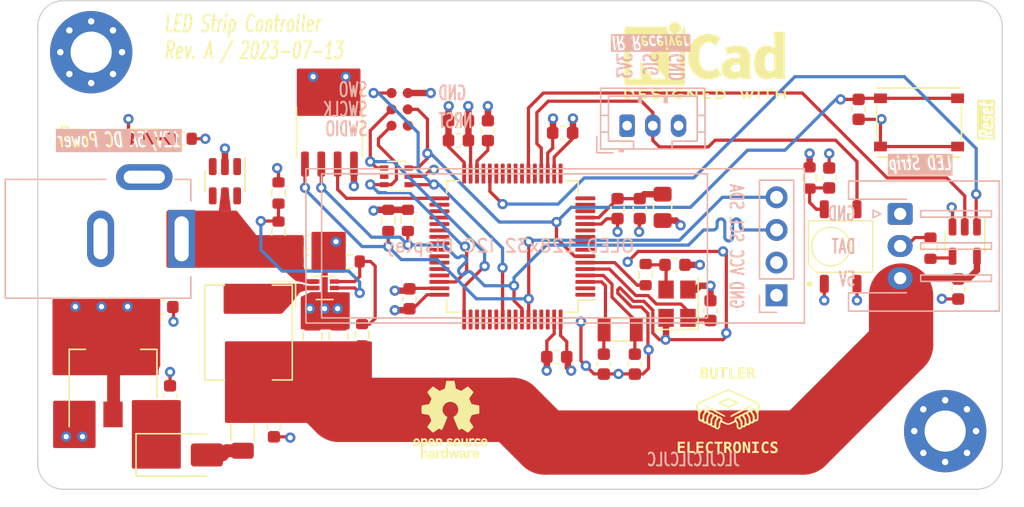
<source format=kicad_pcb>
(kicad_pcb (version 20221018) (generator pcbnew)
  (title_block (title "LED Strip Controller") (date "2023-07-13") (rev "A") (company "Butler's Lab") (comment 1 "Joshua Butler, MD, MHI"))
  (layers (0 "F.Cu" signal) (1 "In1.Cu" power) (2 "In2.Cu" power) (31 "B.Cu" signal) (34 "B.Paste" user) (35 "F.Paste" user) (36 "B.SilkS" user "B.Silkscreen") (37 "F.SilkS" user "F.Silkscreen") (38 "B.Mask" user) (39 "F.Mask" user) (44 "Edge.Cuts" user))
  (net 0 "")
  (net 1 "Net-(U105-Vs)")
  (net 2 "GND")
  (net 3 "+3V3")
  (net 4 "+3.3VA")
  (net 5 "/HSE_IN")
  (net 6 "Net-(C109-Pad1)")
  (net 7 "/NRST")
  (net 8 "+5V")
  (net 9 "Net-(D103-A)")
  (net 10 "Net-(U301-SW)")
  (net 11 "Net-(D102-K)")
  (net 12 "/SWO")
  (net 13 "/SWCLK")
  (net 14 "/SWDIO")
  (net 16 "VBUS")
  (net 17 "Net-(R104-Pad2)")
  (net 18 "Net-(U301-EN)")
  (net 19 "Net-(U301-FB)")
  (net 22 "Net-(J104-Pin_2)")
  (net 23 "/HSE_OUT")
  (net 24 "/RGB_LED")
  (net 25 "/DIP3")
  (net 26 "/DIP2")
  (net 27 "/DIP1")
  (net 28 "/BOOT0")
  (net 30 "/LSE_IN")
  (net 31 "/~{EEPROM}")
  (net 40 "/LDO_3V3/5V")
  (net 41 "/VBAT")
  (net 46 "/~{OE}")
  (net 47 "/SCL")
  (net 48 "/SDA")
  (net 51 "/IR_RECV")
  (net 55 "/LSE_OUT")
  (net 72 "Net-(U101-VCAP1)")
  (footprint "Resistor_SMD:R_0603_1608Metric" (layer "F.Cu") (at 96.901 61.976 90)
    (fp_text reference "R110" hide)
    (fp_text value "1K5")
  )
  (footprint "User_Footprint:L_TDK_SPM6530" (layer "F.Cu") (at 84.51325 70.6969 -90)
    (fp_text reference "L301" hide)
    (fp_text value "2.2uH")
  )
  (footprint "Resistor_SMD:R_0603_1608Metric" (layer "F.Cu") (at 79.26675 55.626)
    (fp_text reference "R102" hide)
    (fp_text value "1K5")
  )
  (footprint "Capacitor_SMD:C_0603_1608Metric" (layer "F.Cu") (at 129.667 58.674 90)
    (fp_text reference "C101" hide)
    (fp_text value "4.7uF")
  )
  (footprint "Resistor_SMD:R_0603_1608Metric" (layer "F.Cu") (at 86.8426 59.8424 90)
    (fp_text reference "R303" hide)
    (fp_text value "15.4k")
  )
  (footprint "Capacitor_SMD:C_0603_1608Metric" (layer "F.Cu") (at 114.935 61.0616 -90)
    (fp_text reference "C107" hide)
    (fp_text value "1uF")
  )
  (footprint "Package_TO_SOT_SMD:SOT-223-3_TabPin2" (layer "F.Cu") (at 73.9765 73.914 90)
    (fp_text reference "U201" hide)
    (fp_text value "AMS1117-3.3")
  )
  (footprint "Crystal:Crystal_SMD_3215-2Pin_3.2x1.5mm" (layer "F.Cu") (at 113.411 70.485)
    (fp_text reference "Y103" hide)
    (fp_text value "32.768kHz")
  )
  (footprint "Capacitor_SMD:C_0603_1608Metric" (layer "F.Cu") (at 117.6782 65.4304)
    (fp_text reference "C109" hide)
    (fp_text value "10pF")
  )
  (footprint "MountingHole:MountingHole_3.2mm_M3_Pad_Via" (layer "F.Cu") (at 72.276 48.895)
    (fp_text reference "H104" hide)
    (fp_text value "MountingHole")
  )
  (footprint "User_Footprint:butler-electronics-10" (layer "F.Cu") (at 121.793 76.708)
    (fp_text reference "G***" hide)
    (fp_text value "LOGO" hide)
  )
  (footprint "Capacitor_SMD:C_0805_2012Metric" (layer "F.Cu") (at 89.4842 70.993 90)
    (fp_text reference "C304" hide)
    (fp_text value "22uF")
  )
  (footprint "Capacitor_SMD:C_0603_1608Metric" (layer "F.Cu") (at 78.4098 75.6158 -90)
    (fp_text reference "C201" hide)
    (fp_text value "22uF")
  )
  (footprint "User_Footprint:Everlight_IRM-H638T-TR2" (layer "F.Cu") (at 130.556 64.008)
    (fp_text reference "U105" hide)
    (fp_text value "IRM-H638T/TR2")
  )
  (footprint "Capacitor_SMD:C_0603_1608Metric" (layer "F.Cu") (at 97.028 68.072 90)
    (fp_text reference "C104" hide)
    (fp_text value "100nF")
  )
  (footprint "Capacitor_SMD:C_0603_1608Metric" (layer "F.Cu") (at 112.141 73.152 90)
    (fp_text reference "C112" hide)
    (fp_text value "15pF")
  )
  (footprint "Capacitor_SMD:C_0603_1608Metric" (layer "F.Cu") (at 113.2078 61.0616 -90)
    (fp_text reference "C106" hide)
    (fp_text value "100nF")
  )
  (footprint "Capacitor_SMD:C_0603_1608Metric" (layer "F.Cu") (at 89.1286 65.18)
    (fp_text reference "C302" hide)
    (fp_text value "100nF")
  )
  (footprint "Capacitor_SMD:C_0603_1608Metric" (layer "F.Cu") (at 108.9406 55.1688)
    (fp_text reference "C111" hide)
    (fp_text value "100nF")
  )
  (footprint "Capacitor_SMD:C_0805_2012Metric" (layer "F.Cu") (at 91.5162 70.993 90)
    (fp_text reference "C303" hide)
    (fp_text value "22uF")
  )
  (footprint "Package_TO_SOT_SMD:SOT-23-6" (layer "F.Cu") (at 82.677 58.928 -90)
    (fp_text reference "U102" hide)
    (fp_text value "USBLC6-2SC6")
  )
  (footprint "Package_TO_SOT_SMD:SOT-23-5" (layer "F.Cu") (at 140.208 63.627 -90)
    (fp_text reference "U103" hide)
    (fp_text value "74AHCT1G125")
  )
  (footprint "Connector_Tag:TC2030-IDC-NL" (layer "F.Cu") (at 96.266 53.34 90)
    (fp_text reference "J101" hide)
    (fp_text value "Tag Connector")
  )
  (footprint "Package_QFP:LQFP-64_10x10mm_P0.5mm" (layer "F.Cu") (at 105.029 64.008 180)
    (fp_text reference "U101" hide)
    (fp_text value "STM32F401RCTx")
  )
  (footprint "Resistor_SMD:R_0603_1608Metric" (layer "F.Cu") (at 115.3922 66.1924 90)
    (fp_text reference "R103" hide)
    (fp_text value "0")
  )
  (footprint "LED_SMD:LED_0603_1608Metric" (layer "F.Cu") (at 75.96475 55.626 180)
    (fp_text reference "D102" hide)
    (fp_text value "RED")
  )
  (footprint "Capacitor_SMD:C_0603_1608Metric" (layer "F.Cu") (at 89.1286 63.6524)
    (fp_text reference "C301" hide)
    (fp_text value "10uF")
  )
  (footprint "User_Footprint:XKB-Connectivity-TS-1187A-B-A-B" (layer "F.Cu") (at 136.652 54.356)
    (fp_text reference "SW106" hide)
    (fp_text value "SW_Push")
  )
  (footprint "Resistor_SMD:R_0603_1608Metric" (layer "F.Cu") (at 137.541 64.135 -90)
    (fp_text reference "R104" hide)
    (fp_text value "330")
  )
  (footprint "Crystal:Crystal_SMD_3225-4Pin_3.2x2.5mm" (layer "F.Cu") (at 117.8306 68.453 90)
    (fp_text reference "Y101" hide)
    (fp_text value "16MHz")
  )
  (footprint "Capacitor_SMD:C_0603_1608Metric" (layer "F.Cu") (at 103.124 54.991 90)
    (fp_text reference "C117" hide)
    (fp_text value "4.7uF")
  )
  (footprint "Package_SO:SOIC-8_3.9x4.9mm_P1.27mm" (layer "F.Cu") (at 90.805 55.118 -90)
    (fp_text reference "U104" hide)
    (fp_text value "M24C64-RMN")
  )
  (footprint "Package_TO_SOT_SMD:SOT-563" (layer "F.Cu") (at 90.433 67.23)
    (fp_text reference "U301" hide)
    (fp_text value "TPS564242DRL")
  )
  (footprint "Resistor_SMD:R_0603_1608Metric" (layer "F.Cu") (at 95.377 61.976 90)
    (fp_text reference "R109" hide)
    (fp_text value "1K5")
  )
  (footprint "Resistor_SMD:R_0603_1608Metric" (layer "F.Cu") (at 128.143 58.674 90)
    (fp_text reference "R101" hide)
    (fp_text value "100")
  )
  (footprint "Capacitor_SMD:C_0603_1608Metric" (layer "F.Cu") (at 100.838 55.753)
    (fp_text reference "C103" hide)
    (fp_text value "100nF")
  )
  (footprint "MountingHole:MountingHole_3.2mm_M3_Pad_Via" (layer "F.Cu") (at 138.684 78.359)
    (fp_text reference "H102" hide)
    (fp_text value "MountingHole")
  )
  (footprint "Diode_SMD:D_SMA" (layer "F.Cu") (at 79.2734 80.2132)
    (fp_text reference "D103" hide)
    (fp_text value "SS34")
  )
  (footprint "Symbol:KiCad-Logo2_5mm_SilkScreen" (layer "F.Cu") (at 120.015 49.53)
    (fp_text reference "REF**" hide)
    (fp_text value "KiCad-Logo2_5mm_SilkScreen" hide)
  )
  (footprint "Resistor_SMD:R_0603_1608Metric" (layer "F.Cu") (at 92.333 65.17 180)
    (fp_text reference "R304" hide)
    (fp_text value "30k")
  )
  (footprint "Inductor_SMD:L_0805_2012Metric_Pad1.15x1.40mm_HandSolder" (layer "F.Cu") (at 116.713 60.96 -90)
    (fp_text reference "FB101" hide)
    (fp_text value "600@100MHz")
  )
  (footprint "Capacitor_SMD:C_0603_1608Metric" (layer "F.Cu") (at 139.7 67.31 -90)
    (fp_text reference "C118" hide)
    (fp_text value "100nF")
  )
  (footprint "Package_TO_SOT_SMD:SOT-363_SC-70-6" (layer "F.Cu") (at 96.012 58.547 180)
    (fp_text reference "D104" hide)
    (fp_text value "SP0505BAJT")
  )
  (footprint "Capacitor_SMD:C_0603_1608Metric" (layer "F.Cu") (at 108.4834 72.5932 180)
    (fp_text reference "C105" hide)
    (fp_text value "100nF")
  )
  (footprint "Capacitor_SMD:C_0603_1608Metric" (layer "F.Cu") (at 131.953 53.34 -90)
    (fp_text reference "C114" hide)
    (fp_text value "100nF")
  )
  (footprint "Capacitor_SMD:C_0603_1608Metric" (layer "F.Cu") (at 77.851 68.707 180)
    (fp_text reference "C202" hide)
    (fp_text value "22uF")
  )
  (footprint "Capacitor_SMD:C_0603_1608Metric" (layer "F.Cu") (at 114.554 73.152 90)
    (fp_text reference "C113" hide)
    (fp_text value "15pF")
  )
  (footprint "Fuse:Fuse_1206_3216Metric" (layer "F.Cu") (at 84.0486 78.486 -90)
    (fp_text reference "F101" hide)
    (fp_text value "Polyfuse_Small")
  )
  (footprint "Resistor_SMD:R_0603_1608Metric" (layer "F.Cu") (at 93.345 70.866 90)
    (fp_text reference "R302" hide)
    (fp_text value "226k")
  )
  (footprint "Capacitor_SMD:C_0603_1608Metric" (layer "F.Cu") (at 100.838 54.229)
    (fp_text reference "C102" hide)
    (fp_text value "4.7uF")
  )
  (footprint "Capacitor_SMD:C_0603_1608Metric" (layer "F.Cu") (at 86.487 78.0288 -90)
    (fp_text reference "C305" hide)
    (fp_text value "100nF")
  )
  (footprint "Symbol:OSHW-Logo_5.7x6mm_SilkScreen" (layer "F.Cu") (at 100.203 77.47)
    (fp_text reference "REF**" hide)
    (fp_text value "OSHW-Logo_5.7x6mm_SilkScreen" hide)
  )
  (footprint "Capacitor_SMD:C_0603_1608Metric" (layer "F.Cu") (at 120.4346 68.9864 90)
    (fp_text reference "C108" hide)
    (fp_text value "10pF")
  )
  (footprint "Resistor_SMD:R_0603_1608Metric" (layer "F.Cu") (at 86.8426 62.8904 90)
    (fp_text reference "R301" hide)
    (fp_text value "100k")
  )
  (footprint "User_Footprint:OLED_128x32_I2C_4pins" (layer "B.Cu") (at 107.9754 63.9572 180)
    (fp_text reference "OLED101" hide)
    (fp_text value "OLED_I2C")
  )
  (footprint "Connector_JST:JST_PH_B3B-PH-K_1x03_P2.00mm_Vertical" (layer "B.Cu") (at 113.951 54.61)
    (fp_text reference "J106" hide)
    (fp_text value "JST 2.54 Header")
  )
  (footprint "User_Footprint:BarrelJack_GCT_DCJ250-10-A-K1-K" (layer "B.Cu") (at 79.3075 63.408)
    (fp_text reference "J102" hide)
    (fp_text value "Barrel_Jack_Switch")
  )
  (footprint "Connector_JST:JST_XH_S3B-XH-A-1_1x03_P2.50mm_Horizontal" (layer "B.Cu") (at 135.183 61.468 -90)
    (fp_text reference "J104" hide)
    (fp_text value "JST 2.54 Header")
  )
  (gr_line (start 143.125 46.886) (end 143.125 80.886) (stroke (width 0.1)) (layer "Edge.Cuts"))
  (gr_line (start 68.125 80.886) (end 68.125 46.886) (stroke (width 0.1)) (layer "Edge.Cuts"))
  (gr_arc (start 141.125 44.886) (mid 142.539214 45.471786) (end 143.125 46.886) (stroke (width 0.1)) (layer "Edge.Cuts"))
  (gr_arc (start 68.125 46.886) (mid 68.710786 45.471786) (end 70.125 44.886) (stroke (width 0.1)) (layer "Edge.Cuts"))
  (gr_line (start 70.125 44.886) (end 141.125 44.886) (stroke (width 0.1)) (layer "Edge.Cuts"))
  (gr_arc (start 70.125 82.886) (mid 68.710786 82.300214) (end 68.125 80.886) (stroke (width 0.1)) (layer "Edge.Cuts"))
  (gr_line (start 141.125 82.886) (end 70.125 82.886) (stroke (width 0.1)) (layer "Edge.Cuts"))
  (gr_arc (start 143.125 80.886) (mid 142.539214 82.300214) (end 141.125 82.886) (stroke (width 0.1)) (layer "Edge.Cuts"))
  (gr_text " IR Receiver " (at 115.697 48.133 -180) (layer "B.SilkS" knockout) (effects (font (size 1 0.7) (thickness 0.153) bold italic) (justify mirror)))
  (gr_text "NRST" (at 99.187 54.229) (layer "B.SilkS") (effects (font (size 1.1 0.7) (thickness 0.153) bold) (justify right mirror)))
  (gr_text "SWO" (at 91.44 51.816) (layer "B.SilkS") (effects (font (size 1.1 0.7) (thickness 0.153) bold) (justify right mirror)))
  (gr_text "5V" (at 131.8006 66.548) (layer "B.SilkS") (effects (font (size 1.1 0.7) (thickness 0.153) bold) (justify left mirror)))
  (gr_text "SWDIO" (at 90.406667 54.864) (layer "B.SilkS") (effects (font (size 1.1 0.7) (thickness 0.153) bold) (justify right mirror)))
  (gr_text "3V3" (at 113.792 48.895 90) (layer "B.SilkS") (effects (font (size 1.1 0.7) (thickness 0.153) bold) (justify left mirror)))
  (gr_text "SIG" (at 115.824 48.895 -270) (layer "B.SilkS") (effects (font (size 1.1 0.7) (thickness 0.153) bold) (justify left mirror)))
  (gr_text "GND" (at 99.187 52.07) (layer "B.SilkS") (effects (font (size 1.1 0.7) (thickness 0.153) bold) (justify right mirror)))
  (gr_text "SWCLK" (at 90.206666 53.34) (layer "B.SilkS") (effects (font (size 1.1 0.7) (thickness 0.153) bold) (justify right mirror)))
  (gr_text "GND" (at 117.856 48.895 90) (layer "B.SilkS") (effects (font (size 1.1 0.7) (thickness 0.153) bold) (justify left mirror)))
  (gr_text "JLCJLCJLCJLC" (at 119.1006 80.5688) (layer "B.SilkS") (effects (font (size 1 0.7) (thickness 0.153) bold) (justify mirror)))
  (gr_text " LED Strip " (at 136.779 57.531) (layer "B.SilkS" knockout) (effects (font (size 1 0.7) (thickness 0.153) bold italic) (justify mirror)))
  (gr_text "DAT" (at 131.8006 64.008) (layer "B.SilkS") (effects (font (size 1.1 0.7) (thickness 0.153) bold) (justify left mirror)))
  (gr_text "GND" (at 131.8006 61.468) (layer "B.SilkS") (effects (font (size 1.1 0.7) (thickness 0.153) bold) (justify left mirror)))
  (gr_text "12V/5A DC Power" (at 74.4982 55.0672) (layer "B.SilkS" knockout) (effects (font (size 1.1 0.7) (thickness 0.153) bold italic) (justify top mirror)))
  (gr_text "${TITLE}\nRev. ${REVISION} / ${ISSUE_DATE}" (at 77.851 49.53) (layer "F.SilkS") (effects (font (size 1.3 0.8) (thickness 0.153) bold italic) (justify left bottom)))
  (gr_text " Reset " (at 141.900964 54.229 90) (layer "F.SilkS" knockout) (effects (font (size 1 0.7) (thickness 0.153) bold italic)))
  (gr_text "Power" (at 74.295 55.499) (layer "F.SilkS") (effects (font (size 1.5 1) (thickness 0.153)) (justify right)))
  (segment (start 129.667 59.449) (end 128.193 59.449) (width 0.25) (layer "F.Cu") (net 1))
  (segment (start 128.143 59.499) (end 128.143 60.579) (width 0.25) (layer "F.Cu") (net 1))
  (segment (start 128.143 60.579) (end 128.672 61.108) (width 0.25) (layer "F.Cu") (net 1))
  (segment (start 128.672 61.108) (end 129.286 61.108) (width 0.25) (layer "F.Cu") (net 1))
  (segment (start 128.193 59.449) (end 128.143 59.499) (width 0.25) (layer "F.Cu") (net 1))
  (segment (start 109.741 54.0512) (end 109.741 55.1434) (width 0.5) (layer "F.Cu") (net 2))
  (segment locked (start 115.6208 73.4822) (end 115.6208 72.0344) (width 0.25) (layer "F.Cu") (net 2))
  (segment locked (start 115.258 68.268) (end 114.443804 68.268) (width 0.25) (layer "F.Cu") (net 2))
  (segment locked (start 116.9806 71.208) (end 116.9806 69.553) (width 0.5) (layer "F.Cu") (net 2))
  (segment (start 113.2078 61.8366) (end 113.1954 61.849) (width 0.25) (layer "F.Cu") (net 2))
  (segment locked (start 115.189 73.914) (end 115.6208 73.4822) (width 0.25) (layer "F.Cu") (net 2))
  (segment (start 101.6 53.086) (end 101.613 53.099) (width 0.5) (layer "F.Cu") (net 2))
  (segment (start 96.901 52.07) (end 98.679 52.07) (width 0.5) (layer "F.Cu") (net 2))
  (segment (start 91.498 65.18) (end 91.508 65.17) (width 0.25) (layer "F.Cu") (net 2))
  (segment (start 78.6768 69.85) (end 78.6768 68.7578) (width 0.25) (layer "F.Cu") (net 2))
  (segment locked (start 121.666 64.643) (end 121.666 70.739) (width 0.25) (layer "F.Cu") (net 2))
  (segment locked (start 116.9416 71.247) (end 116.459 71.247) (width 0.25) (layer "F.Cu") (net 2))
  (segment (start 89.9036 65.18) (end 90.424 65.7004) (width 0.5) (layer "F.Cu") (net 2))
  (segment locked (start 121.666 70.993) (end 121.412 71.247) (width 0.25) (layer "F.Cu") (net 2))
  (segment locked (start 114.808 64.389) (end 113.9952 65.2018) (width 0.25) (layer "F.Cu") (net 2))
  (segment (start 90.424 65.7004) (end 90.424 68.834) (width 0.5) (layer "F.Cu") (net 2))
  (segment (start 107.7084 71.3616) (end 108.279 70.791) (width 0.25) (layer "F.Cu") (net 2))
  (segment (start 114.8842 62.3954) (end 114.935 62.3446) (width 0.25) (layer "F.Cu") (net 2))
  (segment locked (start 115.062 68.707) (end 114.3 68.707) (width 0.25) (layer "F.Cu") (net 2))
  (segment (start 113.1954 61.849) (end 112.356779 61.849) (width 0.25) (layer "F.Cu") (net 2))
  (segment (start 109.741 55.1434) (end 109.7156 55.1688) (width 0.5) (layer "F.Cu") (net 2))
  (segment locked (start 115.57 69.215) (end 115.062 68.707) (width 0.25) (layer "F.Cu") (net 2))
  (segment (start 133.718 54.115) (end 133.731 54.102) (width 0.25) (layer "F.Cu") (net 2))
  (segment (start 101.613 55.753) (end 101.613 54.229) (width 0.5) (layer "F.Cu") (net 2))
  (segment (start 98.161695 58.547) (end 96.962 58.547) (width 0.25) (layer "F.Cu") (net 2))
  (segment (start 101.779 58.333) (end 101.779 55.919) (width 0.25) (layer "F.Cu") (net 2))
  (segment (start 129.286 66.908) (end 129.286 68.199) (width 0.25) (layer "F.Cu") (net 2))
  (segment (start 82.677 56.388) (end 82.677 57.7905) (width 0.5) (layer "F.Cu") (net 2))
  (segment locked (start 115.57 71.9836) (end 115.57 69.215) (width 0.25) (layer "F.Cu") (net 2))
  (segment (start 120.4346 67.056) (end 119.6086 67.056) (width 0.5) (layer "F.Cu") (net 2))
  (segment (start 139.258 62.4895) (end 139.258 61.026) (width 0.25) (layer "F.Cu") (net 2))
  (segment (start 119.6086 65.4304) (end 118.4532 65.4304) (width 0.5) (layer "F.Cu") (net 2))
  (segment locked (start 116.9416 71.247) (end 116.9806 71.208) (width 0.5) (layer "F.Cu") (net 2))
  (segment locked (start 121.666 70.739) (end 121.666 70.993) (width 0.25) (layer "F.Cu") (net 2))
  (segment locked (start 111.379 73.914) (end 113.284 73.914) (width 0.25) (layer "F.Cu") (net 2))
  (segment (start 86.487 78.8038) (end 87.6938 78.8038) (width 0.25) (layer "F.Cu") (net 2))
  (segment (start 98.665396 58.043299) (end 98.161695 58.547) (width 0.25) (layer "F.Cu") (net 2))
  (segment (start 108.279 70.791) (end 108.279 69.683) (width 0.25) (layer "F.Cu") (net 2))
  (segment locked (start 121.412 64.389) (end 121.666 64.643) (width 0.25) (layer "F.Cu") (net 2))
  (segment (start 101.613 53.099) (end 101.613 54.229) (width 0.5) (layer "F.Cu") (net 2))
  (segment (start 111.947779 62.258) (end 110.704 62.258) (width 0.25) (layer "F.Cu") (net 2))
  (segment (start 95.885 67.437) (end 96.888 67.437) (width 0.5) (layer "F.Cu") (net 2))
  (segment locked (start 115.951 70.739) (end 115.951 68.961) (width 0.25) (layer "F.Cu") (net 2))
  (segment locked (start 116.459 71.247) (end 115.951 70.739) (width 0.25) (layer "F.Cu") (net 2))
  (segment (start 138.443 68.085) (end 138.43 68.072) (width 0.25) (layer "F.Cu") (net 2))
  (segment (start 108.279 58.333) (end 108.279 57.0496) (width 0.25) (layer "F.Cu") (net 2))
  (segment (start 129.667 56.769) (end 129.667 57.899) (width 0.25) (layer "F.Cu") (net 2))
  (segment (start 109.7156 55.613) (end 109.7156 55.1688) (width 0.25) (layer "F.Cu") (net 2))
  (segment (start 89.9036 65.18) (end 91.498 65.18) (width 0.5) (layer "F.Cu") (net 2))
  (segment locked (start 114.3 68.707) (end 113.284 67.691) (width 0.25) (layer "F.Cu") (net 2))
  (segment (start 89.9036 63.6524) (end 89.9036 65.18) (width 0.5) (layer "F.Cu") (net 2))
  (segment (start 119.6086 67.056) (end 119.3116 67.353) (width 0.5) (layer "F.Cu") (net 2))
  (segment (start 113.2078 62.865) (end 113.2078 61.8366) (width 0.25) (layer "F.Cu") (net 2))
  (segment (start 139.258 61.026) (end 139.192 60.96) (width 0.25) (layer "F.Cu") (net 2))
  (segment (start 101.779 55.919) (end 101.613 55.753) (width 0.25) (layer "F.Cu") (net 2))
  (segment (start 97.067 67.258) (end 97.028 67.297) (width 0.25) (layer "F.Cu") (net 2))
  (segment (start 103.124 54.216) (end 103.124 53.086) (width 0.5) (layer "F.Cu") (net 2))
  (segment (start 108.279 57.0496) (end 109.7156 55.613) (width 0.25) (layer "F.Cu") (net 2))
  (segment (start 131.953 54.115) (end 133.718 54.115) (width 0.25) (layer "F.Cu") (net 2))
  (segment (start 98.928701 58.043299) (end 98.665396 58.043299) (width 0.25) (layer "F.Cu") (net 2))
  (segment (start 139.7 68.085) (end 138.443 68.085) (width 0.25) (layer "F.Cu") (net 2))
  (segment (start 107.7084 73.6476) (end 107.696 73.66) (width 0.25) (layer "F.Cu") (net 2))
  (segment (start 78.6768 68.7578) (end 78.626 68.707) (width 0.25) (layer "F.Cu") (net 2))
  (segment locked (start 110.744 73.279) (end 110.363 72.898) (width 0.25) (layer "F.Cu") (net 2))
  (segment (start 131.826 66.908) (end 131.826 68.199) (width 0.25) (layer "F.Cu") (net 2))
  (segment (start 133.652 54.181) (end 133.652 56.231) (width 0.25) (layer "F.Cu") (net 2))
  (segment locked (start 110.363 72.898) (end 110.363 69.85) (width 0.25) (layer "F.Cu") (net 2))
  (segment locked (start 113.226 67.633) (end 113.284 67.691) (width 0.25) (layer "F.Cu") (net 2))
  (segment (start 120.4346 67.056) (end 120.4346 68.2114) (width 0.5) (layer "F.Cu") (net 2))
  (segment locked (start 115.951 68.961) (end 115.258 68.268) (width 0.25) (layer "F.Cu") (net 2))
  (segment (start 96.888 67.437) (end 97.028 67.297) (width 0.5) (layer "F.Cu") (net 2))
  (segment (start 133.652 56.231) (end 139.652 56.231) (width 0.25) (layer "F.Cu") (net 2))
  (segment (start 81.153 55.626) (end 80.09175 55.626) (width 0.25) (layer "F.Cu") (net 2))
  (segment locked (start 121.412 71.247) (end 116.9416 71.247) (width 0.25) (layer "F.Cu") (net 2))
  (segment locked (start 113.384902 67.209098) (end 113.226 67.368) (width 0.25) (layer "F.Cu") (net 2))
  (segment (start 107.7084 72.5932) (end 107.7084 73.6476) (width 0.5) (layer "F.Cu") (net 2))
  (segment (start 119.3116 67.353) (end 118.6806 67.353) (width 0.5) (layer "F.Cu") (net 2))
  (segment (start 107.7084 72.5932) (end 107.7084 71.3616) (width 0.25) (layer "F.Cu") (net 2))
  (segment locked (start 113.284 73.914) (end 115.189 73.914) (width 0.25) (layer "F.Cu") (net 2))
  (segment (start 133.731 54.102) (end 133.652 54.181) (width 0.25) (layer "F.Cu") (net 2))
  (segment (start 86.8426 58.0136) (end 86.741 57.912) (width 0.25) (layer "F.Cu") (net 2))
  (segment locked (start 113.226 67.368) (end 113.226 67.633) (width 0.25) (layer "F.Cu") (net 2))
  (segment (start 112.356779 61.849) (end 111.947779 62.258) (width 0.25) (layer "F.Cu") (net 2))
  (segment (start 78.4098 74.8408) (end 78.4098 73.7616) (width 0.25) (layer "F.Cu") (net 2))
  (segment (start 99.354 67.258) (end 97.067 67.258) (width 0.25) (layer "F.Cu") (net 2))
  (segment (start 87.6938 78.8038) (end 87.757 78.867) (width 0.25) (layer "F.Cu") (net 2))
  (segment (start 114.8842 62.865) (end 114.8842 62.3954) (width 0.25) (layer "F.Cu") (net 2))
  (segment locked (start 110.744 73.279) (end 111.379 73.914) (width 0.25) (layer "F.Cu") (net 2))
  (segment locked (start 114.443804 68.268) (end 113.384902 67.209098) (width 0.25) (layer "F.Cu") (net 2))
  (segment locked (start 121.412 64.389) (end 114.808 64.389) (width 0.25) (layer "F.Cu") (net 2))
  (segment (start 86.8426 59.0174) (end 86.8426 58.0136) (width 0.25) (layer "F.Cu") (net 2))
  (segment locked (start 115.6208 72.0344) (end 115.57 71.9836) (width 0.25) (layer "F.Cu") (net 2))
  (via (at 89.281 68.834) (size 0.8) (drill 0.4) (layers "F.Cu" "B.Cu") (net 2))
  (via locked (at 121.666 70.739) (size 0.8) (drill 0.4) (layers "F.Cu" "B.Cu") (net 2))
  (via (at 91.44 68.834) (size 0.8) (drill 0.4) (layers "F.Cu" "B.Cu") (net 2))
  (via locked (at 113.284 73.914) (size 0.8) (drill 0.4) (layers "F.Cu" "B.Cu") (net 2))
  (via locked (at 110.744 73.279) (size 0.8) (drill 0.4) (layers "F.Cu" "B.Cu") (net 2))
  (via (at 139.192 60.96) (size 0.8) (drill 0.4) (layers "F.Cu" "B.Cu") (net 2))
  (via (at 91.313 63.627) (size 0.8) (drill 0.4) (layers "F.Cu" "B.Cu") (net 2))
  (via (at 78.6768 69.85) (size 0.8) (drill 0.4) (layers "F.Cu" "B.Cu") (net 2))
  (via (at 114.8842 62.865) (size 0.8) (drill 0.4) (layers "F.Cu" "B.Cu") (net 2))
  (via (at 107.696 73.66) (size 0.8) (drill 0.4) (layers "F.Cu" "B.Cu") (net 2))
  (via locked (at 110.363 69.85) (size 0.8) (drill 0.4) (layers "F.Cu" "B.Cu") (net 2))
  (via (at 101.6 53.086) (size 0.8) (drill 0.4) (layers "F.Cu" "B.Cu") (net 2))
  (via (at 95.885 67.437) (size 0.8) (drill 0.4) (layers "F.Cu" "B.Cu") (net 2))
  (via (at 89.535 50.8) (size 0.8) (drill 0.4) (layers "F.Cu" "B.Cu") (net 2))
  (via (at 109.741 54.0512) (size 0.8) (drill 0.4) (layers "F.Cu" "B.Cu") (net 2))
  (via locked (at 115.6208 72.0344) (size 0.8) (drill 0.4) (layers "F.Cu" "B.Cu") (net 2))
  (via (at 119.6086 65.4304) (size 0.8) (drill 0.4) (layers "F.Cu" "B.Cu") (net 2))
  (via (at 82.677 56.388) (size 0.8) (drill 0.4) (layers "F.Cu" "B.Cu") (net 2))
  (via (at 103.124 53.086) (size 0.8) (drill 0.4) (layers "F.Cu" "B.Cu") (net 2))
  (via (at 98.928701 58.043299) (size 0.8) (drill 0.4) (layers "F.Cu" "B.Cu") (net 2))
  (via (at 113.2078 62.865) (size 0.8) (drill 0.4) (layers "F.Cu" "B.Cu") (net 2))
  (via (at 129.286 68.199) (size 0.8) (drill 0.4) (layers "F.Cu" "B.Cu") (net 2))
  (via (at 87.757 78.867) (size 0.8) (drill 0.4) (layers "F.Cu" "B.Cu") (net 2))
  (via locked (at 113.9952 65.2018) (size 0.8) (drill 0.4) (layers "F.Cu" "B.Cu") (net 2))
  (via (at 133.731 54.102) (size 0.8) (drill 0.4) (layers "F.Cu" "B.Cu") (net 2))
  (via (at 98.679 52.07) (size 0.8) (drill 0.4) (layers "F.Cu" "B.Cu") (net 2))
  (via (at 129.667 56.769) (size 0.8) (drill 0.4) (layers "F.Cu" "B.Cu") (net 2))
  (via (at 90.424 68.834) (size 0.8) (drill 0.4) (layers "F.Cu" "B.Cu") (net 2))
  (via (at 78.4098 73.7616) (size 0.8) (drill 0.4) (layers "F.Cu" "B.Cu") (net 2))
  (via locked (at 121.412 64.389) (size 0.8) (drill 0.4) (layers "F.Cu" "B.Cu") (net 2))
  (via (at 81.153 55.626) (size 0.8) (drill 0.4) (layers "F.Cu" "B.Cu") (net 2))
  (via (at 138.43 68.072) (size 0.8) (drill 0.4) (layers "F.Cu" "B.Cu") (net 2))
  (via locked (at 116.9416 71.247) (size 0.8) (drill 0.4) (layers "F.Cu" "B.Cu") (net 2))
  (via (at 71.6026 78.7908) (size 0.8) (drill 0.4) (layers "F.Cu" "B.Cu") (net 2))
  (via (at 86.741 57.912) (size 0.8) (drill 0.4) (layers "F.Cu" "B.Cu") (net 2))
  (via (at 131.826 68.199) (size 0.8) (drill 0.4) (layers "F.Cu" "B.Cu") (net 2))
  (via (at 92.075 50.8) (size 0.8) (drill 0.4) (layers "F.Cu" "B.Cu") (net 2))
  (via (at 70.3326 78.7908) (size 0.8) (drill 0.4) (layers "F.Cu" "B.Cu") (net 2))
  (via (at 120.4346 67.056) (size 0.8) (drill 0.4) (layers "F.Cu" "B.Cu") (net 2))
  (segment (start 101.279 57.464) (end 100.063 56.248) (width 0.25) (layer "F.Cu") (net 3))
  (segment (start 109.347 72.6818) (end 109.2584 72.5932) (width 0.5) (layer "F.Cu") (net 3))
  (segment (start 100.063 56.248) (end 100.063 55.753) (width 0.25) (layer "F.Cu") (net 3))
  (segment (start 101.279 58.333) (end 101.279 57.464) (width 0.25) (layer "F.Cu") (net 3))
  (segment (start 97.304 68.847) (end 97.028 68.847) (width 0.25) (layer "F.Cu") (net 3))
  (segment (start 109.2584 72.5932) (end 109.2584 71.4124) (width 0.25) (layer "F.Cu") (net 3))
  (segment (start 94.234 61.214) (end 94.297 61.151) (width 0.5) (layer "F.Cu") (net 3))
  (segment (start 128.143 57.849) (end 128.143 56.769) (width 0.5) (layer "F.Cu") (net 3))
  (segment (start 100.063 53.099) (end 100.063 54.229) (width 0.5) (layer "F.Cu") (net 3))
  (segment (start 100.063 54.229) (end 100.063 55.753) (width 0.5) (layer "F.Cu") (net 3))
  (segment (start 109.347 73.406) (end 109.347 72.6818) (width 0.5) (layer "F.Cu") (net 3))
  (segment (start 108.779 70.933) (end 108.779 69.683) (width 0.25) (layer "F.Cu") (net 3))
  (segment (start 75.17515 55.6239) (end 75.17725 55.626) (width 0.25) (layer "F.Cu") (net 3))
  (segment (start 97.142 68.707) (end 97.282 68.847) (width 0.25) (layer "F.Cu") (net 3))
  (segment (start 75.17515 54.0948) (end 75.17515 55.6239) (width 0.25) (layer "F.Cu") (net 3))
  (segment (start 108.191 55.1434) (end 108.1656 55.1688) (width 0.5) (layer "F.Cu") (net 3))
  (segment (start 96.914 68.961) (end 97.028 68.847) (width 0.5) (layer "F.Cu") (net 3))
  (segment (start 100.076 53.086) (end 100.063 53.099) (width 0.5) (layer "F.Cu") (net 3))
  (segment (start 92.71 59.309) (end 92.71 57.593) (width 0.5) (layer "F.Cu") (net 3))
  (segment (start 94.297 61.151) (end 95.377 61.151) (width 0.5) (layer "F.Cu") (net 3))
  (segment (start 97.028 68.707) (end 97.142 68.707) (width 0.25) (layer "F.Cu") (net 3))
  (segment (start 118.11 62.357) (end 117.738 61.985) (width 0.5) (layer "F.Cu") (net 3))
  (segment (start 95.885 68.961) (end 96.914 68.961) (width 0.5) (layer "F.Cu") (net 3))
  (segment (start 108.1656 56.3502) (end 108.1656 55.1688) (width 0.25) (layer "F.Cu") (net 3))
  (segment (start 74.0156 70.739) (end 74.0156 77.039) (width 1) (layer "F.Cu") (net 3))
  (segment (start 99.354 67.758) (end 98.393 67.758) (width 0.25) (layer "F.Cu") (net 3))
  (segment (start 107.779 56.7368) (end 108.1656 56.3502) (width 0.25) (layer "F.Cu") (net 3))
  (segment (start 117.738 61.985) (end 116.713 61.985) (width 0.5) (layer "F.Cu") (net 3))
  (segment (start 107.779 58.333) (end 107.779 56.7368) (width 0.25) (layer "F.Cu") (net 3))
  (segment (start 109.2584 71.4124) (end 108.779 70.933) (width 0.25) (layer "F.Cu") (net 3))
  (segment (start 108.191 54.0512) (end 108.191 55.1434) (width 0.5) (layer "F.Cu") (net 3))
  (segment (start 98.393 67.758) (end 97.304 68.847) (width 0.25) (layer "F.Cu") (net 3))
  (segment (start 95.377 61.151) (end 96.901 61.151) (width 0.5) (layer "F.Cu") (net 3))
  (segment (start 109.601 73.66) (end 109.347 73.406) (width 0.5) (layer "F.Cu") (net 3))
  (via (at 75.1078 68.6816) (size 0.8) (drill 0.4) (layers "F.Cu" "B.Cu") (net 3))
  (via (at 95.885 68.961) (size 0.8) (drill 0.4) (layers "F.Cu" "B.Cu") (net 3))
  (via (at 118.11 62.357) (size 0.8) (drill 0.4) (layers "F.Cu" "B.Cu") (net 3))
  (via (at 128.143 56.769) (size 0.8) (drill 0.4) (layers "F.Cu" "B.Cu") (net 3))
  (via (at 75.17515 54.0948) (size 0.8) (drill 0.4) (layers "F.Cu" "B.Cu") (net 3))
  (via (at 100.076 53.086) (size 0.8) (drill 0.4) (layers "F.Cu" "B.Cu") (net 3))
  (via (at 92.71 59.309) (size 0.8) (drill 0.4) (layers "F.Cu" "B.Cu") (net 3))
  (via (at 109.601 73.66) (size 0.8) (drill 0.4) (layers "F.Cu" "B.Cu") (net 3))
  (via (at 94.234 61.214) (size 0.8) (drill 0.4) (layers "F.Cu" "B.Cu") (net 3))
  (via (at 71.0438 68.6816) (size 0.8) (drill 0.4) (layers "F.Cu" "B.Cu") (net 3))
  (via (at 73.0758 68.6816) (size 0.8) (drill 0.4) (layers "F.Cu" "B.Cu") (net 3))
  (via (at 108.191 54.0512) (size 0.8) (drill 0.4) (layers "F.Cu" "B.Cu") (net 3))
  (segment (start 113.2208 60.2866) (end 111.7494 61.758) (width 0.25) (layer "F.Cu") (net 4))
  (segment (start 116.704 59.944) (end 116.713 59.935) (width 0.5) (layer "F.Cu") (net 4))
  (segment (start 115.2776 59.944) (end 116.704 59.944) (width 0.5) (layer "F.Cu") (net 4))
  (segment (start 111.7494 61.758) (end 110.704 61.758) (width 0.25) (layer "F.Cu") (net 4))
  (segment (start 114.935 60.2866) (end 113.2208 60.2866) (width 0.25) (layer "F.Cu") (net 4))
  (segment (start 114.935 60.2866) (end 115.2776 59.944) (width 0.5) (layer "F.Cu") (net 4))
  (segment (start 118.6806 69.553) (end 118.8506 69.723) (width 0.25) (layer "F.Cu") (net 5))
  (segment (start 120.3962 69.723) (end 120.4346 69.7614) (width 0.25) (layer "F.Cu") (net 5))
  (segment (start 118.6806 69.0236) (end 118.1354 68.4784) (width 0.25) (layer "F.Cu") (net 5))
  (segment (start 118.6806 69.553) (end 118.6806 69.0236) (width 0.25) (layer "F.Cu") (net 5))
  (segment (start 118.8506 69.723) (end 120.3962 69.723) (width 0.25) (layer "F.Cu") (net 5))
  (segment (start 116.231796 68.4784) (end 115.571396 67.818) (width 0.25) (layer "F.Cu") (net 5))
  (segment (start 115.571396 67.818) (end 114.6302 67.818) (width 0.25) (layer "F.Cu") (net 5))
  (segment (start 112.5702 65.758) (end 110.704 65.758) (width 0.25) (layer "F.Cu") (net 5))
  (segment (start 114.6302 67.818) (end 112.5702 65.758) (width 0.25) (layer "F.Cu") (net 5))
  (segment (start 118.1354 68.4784) (end 116.231796 68.4784) (width 0.25) (layer "F.Cu") (net 5))
  (segment (start 116.9032 65.4304) (end 115.4552 65.4304) (width 0.25) (layer "F.Cu") (net 6))
  (segment (start 116.9806 67.353) (end 116.9806 65.5078) (width 0.25) (layer "F.Cu") (net 6))
  (segment (start 116.9806 65.5078) (end 116.9032 65.4304) (width 0.25) (layer "F.Cu") (net 6))
  (segment (start 115.4552 65.4304) (end 115.3922 65.3674) (width 0.25) (layer "F.Cu") (net 6))
  (segment (start 139.652 52.481) (end 133.652 52.481) (width 0.25) (layer "F.Cu") (net 7))
  (segment (start 98.425 56.769) (end 98.425 54.102) (width 0.25) (layer "F.Cu") (net 7))
  (segment (start 109.863315 64.758) (end 110.704 64.758) (width 0.25) (layer "F.Cu") (net 7))
  (segment (start 132.037 52.481) (end 131.953 52.565) (width 0.25) (layer "F.Cu") (net 7))
  (segment (start 97.663 53.34) (end 96.901 53.34) (width 0.25) (layer "F.Cu") (net 7))
  (segment (start 108.458 63.352685) (end 109.863315 64.758) (width 0.25) (layer "F.Cu") (net 7))
  (segment (start 97.678 57.897) (end 96.962 57.897) (width 0.25) (layer "F.Cu") (net 7))
  (segment (start 98.425 56.769) (end 98.425 57.15) (width 0.25) (layer "F.Cu") (net 7))
  (segment (start 130.556 52.565) (end 131.953 52.565) (width 0.25) (layer "F.Cu") (net 7))
  (segment (start 98.425 54.102) (end 97.663 53.34) (width 0.25) (layer "F.Cu") (net 7))
  (segment (start 133.652 52.481) (end 132.037 52.481) (width 0.25) (layer "F.Cu") (net 7))
  (segment (start 108.458 62.103) (end 108.458 63.352685) (width 0.25) (layer "F.Cu") (net 7))
  (segment (start 98.425 57.15) (end 97.678 57.897) (width 0.25) (layer "F.Cu") (net 7))
  (via (at 130.556 52.565) (size 0.8) (drill 0.4) (layers "F.Cu" "B.Cu") (net 7))
  (via (at 98.425 56.769) (size 0.8) (drill 0.4) (layers "F.Cu" "B.Cu") (net 7))
  (via (at 108.458 62.103) (size 0.8) (drill 0.4) (layers "F.Cu" "B.Cu") (net 7))
  (segment (start 98.679 56.769) (end 98.425 56.769) (width 0.25) (layer "B.Cu") (net 7))
  (segment (start 108.458 62.103) (end 104.013 62.103) (width 0.25) (layer "B.Cu") (net 7))
  (segment (start 126.225 56.515) (end 123.317 56.515) (width 0.25) (layer "B.Cu") (net 7))
  (segment (start 118.872 60.96) (end 109.601 60.96) (width 0.25) (layer "B.Cu") (net 7))
  (segment (start 123.317 56.515) (end 118.872 60.96) (width 0.25) (layer "B.Cu") (net 7))
  (segment (start 104.013 62.103) (end 98.679 56.769) (width 0.25) (layer "B.Cu") (net 7))
  (segment (start 109.601 60.96) (end 108.458 62.103) (width 0.25) (layer "B.Cu") (net 7))
  (segment (start 130.556 52.565) (end 130.175 52.565) (width 0.25) (layer "B.Cu") (net 7))
  (segment (start 130.175 52.565) (end 126.225 56.515) (width 0.25) (layer "B.Cu") (net 7))
  (segment (start 135.255 71.628) (end 135.255 67.818) (width 5) (layer "F.Cu") (net 8))
  (segment (start 127.635 79.248) (end 135.255 71.628) (width 5) (layer "F.Cu") (net 8))
  (segment (start 107.569 79.248) (end 127.635 79.248) (width 5) (layer "F.Cu") (net 8))
  (segment (start 90.297 75.438) (end 91.567 76.708) (width 5) (layer "F.Cu") (net 8))
  (segment (start 140.475 66.535) (end 139.7 66.535) (width 0.5) (layer "F.Cu") (net 8))
  (segment (start 141.158 64.7645) (end 141.158 65.852) (width 0.5) (layer "F.Cu") (net 8))
  (segment (start 135.183 66.468) (end 139.633 66.468) (width 0.5) (layer "F.Cu") (net 8))
  (segment (start 139.633 66.468) (end 139.7 66.535) (width 0.5) (layer "F.Cu") (net 8))
  (segment (start 105.029 76.708) (end 107.569 79.248) (width 5) (layer "F.Cu") (net 8))
  (segment (start 91.567 76.708) (end 105.029 76.708) (width 5) (layer "F.Cu") (net 8))
  (segment (start 141.158 65.852) (end 140.475 66.535) (width 0.5) (layer "F.Cu") (net 8))
  (segment (start 82.4738 80.2132) (end 82.804 79.883) (width 1) (layer "F.Cu") (net 9))
  (segment (start 84.0456 79.883) (end 84.0486 79.886) (width 1) (layer "F.Cu") (net 9))
  (segment (start 81.2734 80.2132) (end 82.4738 80.2132) (width 1) (layer "F.Cu") (net 9))
  (segment (start 82.804 79.883) (end 84.0456 79.883) (width 1) (layer "F.Cu") (net 9))
  (segment (start 76.75225 55.626) (end 78.44175 55.626) (width 0.25) (layer "F.Cu") (net 11))
  (segment (start 98.918 59.197) (end 96.962 59.197) (width 0.25) (layer "F.Cu") (net 12))
  (segment (start 95.631 52.07) (end 94.234 52.07) (width 0.25) (layer "F.Cu") (net 12))
  (segment (start 104.267 65.659) (end 104.267 69.671) (width 0.25) (layer "F.Cu") (net 12))
  (segment (start 104.267 69.671) (end 104.279 69.683) (width 0.25) (layer "F.Cu") (net 12))
  (segment (start 98.933 59.182) (end 98.918 59.197) (width 0.25) (layer "F.Cu") (net 12))
  (via (at 98.933 59.182) (size 0.8) (drill 0.4) (layers "F.Cu" "B.Cu") (net 12))
  (via (at 94.234 52.07) (size 0.8) (drill 0.4) (layers "F.Cu" "B.Cu") (net 12))
  (via (at 104.267 65.659) (size 0.8) (drill 0.4) (layers "F.Cu" "B.Cu") (net 12))
  (segment (start 97.7 58.080653) (end 97.7 55.155) (width 0.25) (layer "B.Cu") (net 12))
  (segment (start 97.7 55.155) (end 94.615 52.07) (width 0.25) (layer "B.Cu") (net 12))
  (segment (start 99.314 59.182) (end 104.267 64.135) (width 0.25) (layer "B.Cu") (net 12))
  (segment (start 98.801347 59.182) (end 97.7 58.080653) (width 0.25) (layer "B.Cu") (net 12))
  (segment (start 98.933 59.182) (end 98.801347 59.182) (width 0.25) (layer "B.Cu") (net 12))
  (segment (start 104.267 64.135) (end 104.267 65.659) (width 0.25) (layer "B.Cu") (net 12))
  (segment (start 98.933 59.182) (end 99.314 59.182) (width 0.25) (layer "B.Cu") (net 12))
  (segment (start 94.615 52.07) (end 94.234 52.07) (width 0.25) (layer "B.Cu") (net 12))
  (segment (start 101.279 67.123) (end 101.279 69.683) (width 0.25) (layer "F.Cu") (net 13))
  (segment (start 93.98 54.991) (end 93.98 57.404) (width 0.25) (layer "F.Cu") (net 13))
  (segment (start 94.473 57.897) (end 95.062 57.897) (width 0.25) (layer "F.Cu") (net 13))
  (segment (start 95.631 53.34) (end 93.98 54.991) (width 0.25) (layer "F.Cu") (net 13))
  (segment (start 93.98 57.404) (end 94.473 57.897) (width 0.25) (layer "F.Cu") (net 13))
  (segment (start 102.87 65.532) (end 101.279 67.123) (width 0.25) (layer "F.Cu") (net 13))
  (via (at 102.87 65.532) (size 0.8) (drill 0.4) (layers "F.Cu" "B.Cu") (net 13))
  (via (at 93.98 57.404) (size 0.8) (drill 0.4) (layers "F.Cu" "B.Cu") (net 13))
  (segment (start 95.767305 57.404) (end 102.87 64.506695) (width 0.25) (layer "B.Cu") (net 13))
  (segment (start 93.98 57.404) (end 95.767305 57.404) (width 0.25) (layer "B.Cu") (net 13))
  (segment (start 102.87 64.506695) (end 102.87 65.532) (width 0.25) (layer "B.Cu") (net 13))
  (segment (start 95.616 59.197) (end 95.062 59.197) (width 0.25) (layer "F.Cu") (net 14))
  (segment (start 101.346 64.008) (end 101.473 64.135) (width 0.25) (layer "F.Cu") (net 14))
  (segment (start 94.615 55.626) (end 94.615 56.148) (width 0.25) (layer "F.Cu") (net 14))
  (segment (start 101.473 64.135) (end 101.473 65.913) (width 0.25) (layer "F.Cu") (net 14))
  (segment (start 95.631 54.61) (end 94.615 55.626) (width 0.25) (layer "F.Cu") (net 14))
  (segment (start 93.995 59.197) (end 93.98 59.182) (width 0.25) (layer "F.Cu") (net 14))
  (segment (start 94.615 56.148) (end 96.012 57.545) (width 0.25) (layer "F.Cu") (net 14))
  (segment (start 95.062 59.197) (end 93.995 59.197) (width 0.25) (layer "F.Cu") (net 14))
  (segment (start 96.012 57.545) (end 96.012 58.801) (width 0.25) (layer "F.Cu") (net 14))
  (segment (start 101.473 65.913) (end 100.628 66.758) (width 0.25) (layer "F.Cu") (net 14))
  (segment (start 96.012 58.801) (end 95.616 59.197) (width 0.25) (layer "F.Cu") (net 14))
  (segment (start 100.628 66.758) (end 99.354 66.758) (width 0.25) (layer "F.Cu") (net 14))
  (via (at 93.98 59.182) (size 0.8) (drill 0.4) (layers "F.Cu" "B.Cu") (net 14))
  (via (at 101.346 64.008) (size 0.8) (drill 0.4) (layers "F.Cu" "B.Cu") (net 14))
  (segment (start 101.219 64.008) (end 97.028 59.817) (width 0.25) (layer "B.Cu") (net 14))
  (segment (start 94.615 59.817) (end 93.98 59.182) (width 0.25) (layer "B.Cu") (net 14))
  (segment (start 97.028 59.817) (end 94.615 59.817) (width 0.25) (layer "B.Cu") (net 14))
  (segment (start 101.346 64.008) (end 101.219 64.008) (width 0.25) (layer "B.Cu") (net 14))
  (segment (start 88.3536 63.6524) (end 88.3536 65.18) (width 0.5) (layer "F.Cu") (net 16))
  (segment (start 139.1255 64.897) (end 137.604 64.897) (width 0.25) (layer "F.Cu") (net 17))
  (segment (start 139.258 64.7645) (end 139.1255 64.897) (width 0.25) (layer "F.Cu") (net 17))
  (segment (start 137.604 64.897) (end 137.541 64.96) (width 0.25) (layer "F.Cu") (net 17))
  (segment (start 86.804 62.0268) (end 86.8426 62.0654) (width 0.25) (layer "F.Cu") (net 18))
  (segment (start 85.471 62.0268) (end 86.804 62.0268) (width 0.25) (layer "F.Cu") (net 18))
  (segment (start 86.8426 60.6674) (end 86.8426 62.0654) (width 0.25) (layer "F.Cu") (net 18))
  (segment (start 93.1548 67.6148) (end 92.77 67.23) (width 0.25) (layer "F.Cu") (net 18))
  (segment (start 92.77 67.23) (end 91.183 67.23) (width 0.25) (layer "F.Cu") (net 18))
  (via (at 85.471 62.0268) (size 0.8) (drill 0.4) (layers "F.Cu" "B.Cu") (net 18))
  (via (at 93.1548 67.6148) (size 0.8) (drill 0.4) (layers "F.Cu" "B.Cu") (net 18))
  (segment (start 85.471 62.0268) (end 85.471 64.262) (width 0.25) (layer "B.Cu") (net 18))
  (segment (start 92.2974 65.913) (end 93.1548 66.7704) (width 0.25) (layer "B.Cu") (net 18))
  (segment (start 93.1548 66.7704) (end 93.1548 67.6148) (width 0.25) (layer "B.Cu") (net 18))
  (segment (start 87.122 65.913) (end 92.2974 65.913) (width 0.25) (layer "B.Cu") (net 18))
  (segment (start 85.471 64.262) (end 87.122 65.913) (width 0.25) (layer "B.Cu") (net 18))
  (segment (start 93.999 65.17) (end 94.361 65.532) (width 0.25) (layer "F.Cu") (net 19))
  (segment (start 94.361 65.532) (end 94.361 69.596) (width 0.25) (layer "F.Cu") (net 19))
  (segment (start 93.158 66.335) (end 93.158 65.17) (width 0.25) (layer "F.Cu") (net 19))
  (segment (start 91.183 66.73) (end 92.763 66.73) (width 0.25) (layer "F.Cu") (net 19))
  (segment (start 93.158 65.17) (end 93.999 65.17) (width 0.25) (layer "F.Cu") (net 19))
  (segment (start 93.916 70.041) (end 93.345 70.041) (width 0.25) (layer "F.Cu") (net 19))
  (segment (start 94.361 69.596) (end 93.916 70.041) (width 0.25) (layer "F.Cu") (net 19))
  (segment (start 92.763 66.73) (end 93.158 66.335) (width 0.25) (layer "F.Cu") (net 19))
  (segment (start 135.676 63.968) (end 135.183 63.968) (width 0.25) (layer "F.Cu") (net 22))
  (segment (start 137.541 63.31) (end 136.334 63.31) (width 0.25) (layer "F.Cu") (net 22))
  (segment (start 136.334 63.31) (end 135.676 63.968) (width 0.25) (layer "F.Cu") (net 22))
  (segment (start 115.3922 67.0174) (end 114.744 67.0174) (width 0.25) (layer "F.Cu") (net 23))
  (segment (start 112.9846 65.258) (end 110.704 65.258) (width 0.25) (layer "F.Cu") (net 23))
  (segment (start 114.744 67.0174) (end 112.9846 65.258) (width 0.25) (layer "F.Cu") (net 23))
  (segment (start 140.208 60.071) (end 138.811 58.674) (width 0.25) (layer "F.Cu") (net 24))
  (segment (start 140.208 62.4895) (end 140.208 60.071) (width 0.25) (layer "F.Cu") (net 24))
  (segment (start 138.811 58.674) (end 134.1755 58.674) (width 0.25) (layer "F.Cu") (net 24))
  (segment (start 106.279 53.233) (end 106.279 58.333) (width 0.25) (layer "F.Cu") (net 24))
  (segment (start 127.5715 52.07) (end 107.442 52.07) (width 0.25) (layer "F.Cu") (net 24))
  (segment (start 107.442 52.07) (end 106.279 53.233) (width 0.25) (layer "F.Cu") (net 24))
  (segment (start 134.1755 58.674) (end 127.5715 52.07) (width 0.25) (layer "F.Cu") (net 24))
  (segment (start 111.968604 66.758) (end 110.704 66.758) (width 0.25) (layer "F.Cu") (net 30))
  (segment (start 112.161 70.485) (end 112.268 70.378) (width 0.25) (layer "F.Cu") (net 30))
  (segment (start 112.268 70.378) (end 112.268 67.057396) (width 0.25) (layer "F.Cu") (net 30))
  (segment (start 112.141 70.505) (end 112.161 70.485) (width 0.25) (layer "F.Cu") (net 30))
  (segment (start 112.141 72.377) (end 112.141 70.505) (width 0.25) (layer "F.Cu") (net 30))
  (segment (start 112.268 67.057396) (end 111.968604 66.758) (width 0.25) (layer "F.Cu") (net 30))
  (segment (start 92.135 60.258) (end 91.44 59.563) (width 0.25) (layer "F.Cu") (net 31))
  (segment (start 91.44 59.563) (end 91.44 57.593) (width 0.25) (layer "F.Cu") (net 31))
  (segment (start 99.354 60.258) (end 92.135 60.258) (width 0.25) (layer "F.Cu") (net 31))
  (segment (start 103.279 59.718) (end 104.267 60.706) (width 0.25) (layer "F.Cu") (net 46))
  (segment (start 141.097 62.4285) (end 141.158 62.4895) (width 0.25) (layer "F.Cu") (net 46))
  (segment (start 103.279 58.333) (end 103.279 59.718) (width 0.25) (layer "F.Cu") (net 46))
  (segment (start 141.097 59.944) (end 141.097 62.4285) (width 0.25) (layer "F.Cu") (net 46))
  (via (at 104.267 60.706) (size 0.8) (drill 0.4) (layers "F.Cu" "B.Cu") (net 46))
  (via (at 141.097 59.944) (size 0.8) (drill 0.4) (layers "F.Cu" "B.Cu") (net 46))
  (segment (start 127 50.8) (end 135.509 50.8) (width 0.25) (layer "B.Cu") (net 46))
  (segment (start 119.126 58.674) (end 127 50.8) (width 0.25) (layer "B.Cu") (net 46))
  (segment (start 141.097 56.388) (end 141.097 59.944) (width 0.25) (layer "B.Cu") (net 46))
  (segment (start 108.585 60.706) (end 110.617 58.674) (width 0.25) (layer "B.Cu") (net 46))
  (segment (start 110.617 58.674) (end 119.126 58.674) (width 0.25) (layer "B.Cu") (net 46))
  (segment (start 135.509 50.8) (end 141.097 56.388) (width 0.25) (layer "B.Cu") (net 46))
  (segment (start 104.267 60.706) (end 108.585 60.706) (width 0.25) (layer "B.Cu") (net 46))
  (segment (start 105.156 68.219315) (end 105.156 67.056) (width 0.25) (layer "F.Cu") (net 47))
  (segment (start 105.779 69.683) (end 105.779 68.842315) (width 0.25) (layer "F.Cu") (net 47))
  (segment (start 96.901 63.881) (end 96.901 62.801) (width 0.25) (layer "F.Cu") (net 47))
  (segment (start 105.779 68.842315) (end 105.156 68.219315) (width 0.25) (layer "F.Cu") (net 47))
  (segment (start 90.17 57.593) (end 90.17 59.436) (width 0.25) (layer "F.Cu") (net 47))
  (via (at 105.156 67.056) (size 0.8) (drill 0.4) (layers "F.Cu" "B.Cu") (net 47))
  (via (at 96.901 63.881) (size 0.8) (drill 0.4) (layers "F.Cu" "B.Cu") (net 47))
  (via (at 90.17 59.436) (size 0.8) (drill 0.4) (layers "F.Cu" "B.Cu") (net 47))
  (segment (start 99.695 63.881) (end 96.901 63.881) (width 0.25) (layer "B.Cu") (net 47))
  (segment (start 122.75 62.160275) (end 122.75 62.4172) (width 0.25) (layer "B.Cu") (net 47))
  (segment (start 96.901 63.881) (end 96.303 63.283) (width 0.25) (layer "B.Cu") (net 47))
  (segment (start 90.2335 59.436) (end 90.17 59.436) (width 0.25) (layer "B.Cu") (net 47))
  (segment (start 123.05 62.7172) (end 125.5754 62.7172) (width 0.25) (layer "B.Cu") (net 47))
  (segment (start 100.54585 64.73185) (end 99.695 63.881) (width 0.25) (layer "B.Cu") (net 47))
  (segment (start 100.616559 64.80256) (end 100.54585 64.73185) (width 0.25) (layer "B.Cu") (net 47))
  (segment (start 101.394378 64.873271) (end 101.323667 64.80256) (width 0.25) (layer "B.Cu") (net 47))
  (segment (start 121.55 62.160275) (end 121.55 63.274125) (width 0.25) (layer "B.Cu") (net 47))
  (segment (start 105.156 67.056) (end 102.87 67.056) (width 0.25) (layer "B.Cu") (net 47))
  (segment (start 94.0805 63.283) (end 90.2335 59.436) (width 0.25) (layer "B.Cu") (net 47))
  (segment (start 96.303 63.283) (end 94.0805 63.283) (width 0.25) (layer "B.Cu") (net 47))
  (segment (start 101.394379 64.873272) (end 101.394378 64.873271) (width 0.25) (layer "B.Cu") (net 47))
  (segment (start 122.15 63.274125) (end 122.15 62.160275) (width 0.25) (layer "B.Cu") (net 47))
  (segment (start 105.156 66.421) (end 107.683 63.894) (width 0.25) (layer "B.Cu") (net 47))
  (segment (start 105.156 67.056) (end 105.156 66.421) (width 0.25) (layer "B.Cu") (net 47))
  (segment (start 100.934759 65.686444) (end 101.394378 65.226825) (width 0.25) (layer "B.Cu") (net 47))
  (segment (start 101.429735 66.039999) (end 101.429734 66.039999) (width 0.25) (layer "B.Cu") (net 47))
  (segment (start 120.95 62.4172) (end 120.95 62.160275) (width 0.25) (layer "B.Cu") (net 47))
  (segment (start 100.934759 65.686445) (end 100.934759 65.686444) (width 0.25) (layer "B.Cu") (net 47))
  (segment (start 119.9088 62.7172) (end 120.65 62.7172) (width 0.25) (layer "B.Cu") (net 47))
  (segment (start 118.732 63.894) (end 119.9088 62.7172) (width 0.25) (layer "B.Cu") (net 47))
  (segment (start 101.429734 66.039999) (end 101.359024 66.11071) (width 0.25) (layer "B.Cu") (net 47))
  (segment (start 102.87 67.056) (end 101.854 66.04) (width 0.25) (layer "B.Cu") (net 47))
  (segment (start 107.683 63.894) (end 118.732 63.894) (width 0.25) (layer "B.Cu") (net 47))
  (arc (start 120.65 62.7172) (mid 120.862132 62.629332) (end 120.95 62.4172) (width 0.25) (layer "B.Cu") (net 47))
  (arc (start 121.25 61.860275) (mid 121.462132 61.948143) (end 121.55 62.160275) (width 0.25) (layer "B.Cu") (net 47))
  (arc (start 120.95 62.160275) (mid 121.037868 61.948143) (end 121.25 61.860275) (width 0.25) (layer "B.Cu") (net 47))
  (arc (start 101.359024 66.11071) (mid 101.146892 66.198578) (end 100.93476 66.11071) (width 0.25) (layer "B.Cu") (net 47))
  (arc (start 121.85 63.574125) (mid 122.062132 63.486257) (end 122.15 63.274125) (width 0.25) (layer "B.Cu") (net 47))
  (arc (start 101.854 66.04) (mid 101.641867 65.95213) (end 101.429735 66.039999) (width 0.25) (layer "B.Cu") (net 47))
  (arc (start 121.55 63.274125) (mid 121.637868 63.486257) (end 121.85 63.574125) (width 0.25) (layer "B.Cu") (net 47))
  (arc (start 100.970113 64.80256) (mid 100.793336 64.875783) (end 100.616559 64.80256) (width 0.25) (layer "B.Cu") (net 47))
  (arc (start 122.45 61.860275) (mid 122.662132 61.948143) (end 122.75 62.160275) (width 0.25) (layer "B.Cu") (net 47))
  (arc (start 101.323667 64.80256) (mid 101.14689 64.729337) (end 100.970113 64.80256) (width 0.25) (layer "B.Cu") (net 47))
  (arc (start 122.75 62.4172) (mid 122.837868 62.629332) (end 123.05 62.7172) (width 0.25) (layer "B.Cu") (net 47))
  (arc (start 122.15 62.160275) (mid 122.237868 61.948143) (end 122.45 61.860275) (width 0.25) (layer "B.Cu") (net 47))
  (arc (start 101.394378 65.226825) (mid 101.467602 65.050049) (end 101.394379 64.873272) (width 0.25) (layer "B.Cu") (net 47))
  (arc (start 100.93476 66.11071) (mid 100.84689 65.898577) (end 100.934759 65.686445) (width 0.25) (layer "B.Cu") (net 47))
  (segment (start 88.9 59.436) (end 88.9 57.593) (width 0.25) (layer "F.Cu") (net 48))
  (segment (start 106.299 68.072) (end 106.299 69.663) (width 0.25) (layer "F.Cu") (net 48))
  (segment (start 106.299 68.072) (end 106.299 63.627) (width 0.25) (layer "F.Cu") (net 48))
  (segment (start 106.299 69.663) (end 106.279 69.683) (width 0.25) (layer "F.Cu") (net 48))
  (segment (start 95.377 64.008) (end 95.377 62.801) (width 0.25) (layer "F.Cu") (net 48))
  (via (at 106.299 68.072) (size 0.8) (drill 0.4) (layers "F.Cu" "B.Cu") (net 48))
  (via (at 106.299 63.627) (size 0.8) (drill 0.4) (layers "F.Cu" "B.Cu") (net 48))
  (via (at 95.377 64.008) (size 0.8) (drill 0.4) (layers "F.Cu" "B.Cu") (net 48))
  (via (at 88.9 59.436) (size 0.8) (drill 0.4) (layers "F.Cu" "B.Cu") (net 48))
  (segment (start 121.364268 60.1772) (end 125.5754 60.1772) (width 0.25) (layer "B.Cu") (net 48))
  (segment (start 95.377 64.008) (end 96.393 65.024) (width 0.25) (layer "B.Cu") (net 48))
  (segment (start 102.235 68.072) (end 106.299 68.072) (width 0.25) (layer "B.Cu") (net 48))
  (segment (start 99.187 65.024) (end 102.235 68.072) (width 0.25) (layer "B.Cu") (net 48))
  (segment (start 95.377 64.008) (end 93.345 64.008) (width 0.25) (layer "B.Cu") (net 48))
  (segment (start 93.345 64.008) (end 88.9 59.563) (width 0.25) (layer "B.Cu") (net 48))
  (segment (start 118.024468 63.517) (end 121.364268 60.1772) (width 0.25) (layer "B.Cu") (net 48))
  (segment (start 88.9 59.563) (end 88.9 59.436) (width 0.25) (layer "B.Cu") (net 48))
  (segment (start 106.409 63.517) (end 118.024468 63.517) (width 0.25) (layer "B.Cu") (net 48))
  (segment (start 106.299 63.627) (end 106.409 63.517) (width 0.25) (layer "B.Cu") (net 48))
  (segment (start 96.393 65.024) (end 99.187 65.024) (width 0.25) (layer "B.Cu") (net 48))
  (segment (start 107.823 52.705) (end 115.062 52.705) (width 0.25) (layer "F.Cu") (net 51))
  (segment (start 115.951 55.753) (end 115.951 54.61) (width 0.25) (layer "F.Cu") (net 51))
  (segment (start 120.269 56.261) (end 116.459 56.261) (width 0.25) (layer "F.Cu") (net 51))
  (segment (start 106.934 53.594) (end 107.823 52.705) (width 0.25) (layer "F.Cu") (net 51))
  (segment (start 116.459 56.261) (end 115.951 55.753) (width 0.25) (layer "F.Cu") (net 51))
  (segment (start 131.826 61.108) (end 131.826 57.404) (width 0.25) (layer "F.Cu") (net 51))
  (segment (start 131.826 57.404) (end 130.159 55.737) (width 0.25) (layer "F.Cu") (net 51))
  (segment (start 106.934 56.007) (end 106.934 53.594) (width 0.25) (layer "F.Cu") (net 51))
  (segment (start 115.062 52.705) (end 115.951 53.594) (width 0.25) (layer "F.Cu") (net 51))
  (segment (start 130.159 55.737) (end 120.793 55.737) (width 0.25) (layer "F.Cu") (net 51))
  (segment (start 107.279 56.352) (end 106.934 56.007) (width 0.25) (layer "F.Cu") (net 51))
  (segment (start 120.793 55.737) (end 120.269 56.261) (width 0.25) (layer "F.Cu") (net 51))
  (segment (start 115.951 53.594) (end 115.951 54.61) (width 0.25) (layer "F.Cu") (net 51))
  (segment (start 107.279 58.333) (end 107.279 56.352) (width 0.25) (layer "F.Cu") (net 51))
  (segment (start 114.554 72.377) (end 114.554 70.592) (width 0.25) (layer "F.Cu") (net 55))
  (segment (start 112.776 66.929) (end 112.776 67.945) (width 0.25) (layer "F.Cu") (net 55))
  (segment (start 112.105 66.258) (end 112.776 66.929) (width 0.25) (layer "F.Cu") (net 55))
  (segment (start 110.704 66.258) (end 112.105 66.258) (width 0.25) (layer "F.Cu") (net 55))
  (segment (start 114.661 69.83) (end 114.661 70.485) (width 0.25) (layer "F.Cu") (net 55))
  (segment (start 112.776 67.945) (end 114.661 69.83) (width 0.25) (layer "F.Cu") (net 55))
  (segment (start 114.554 70.592) (end 114.661 70.485) (width 0.25) (layer "F.Cu") (net 55))
  (segment (start 102.279 57.36) (end 102.279 58.333) (width 0.25) (layer "F.Cu") (net 72))
  (segment (start 103.124 55.766) (end 103.124 56.515) (width 0.25) (layer "F.Cu") (net 72))
  (segment (start 103.124 56.515) (end 102.279 57.36) (width 0.25) (layer "F.Cu") (net 72))
  (zone (net 2) (net_name "GND") (layer "F.Cu") (priority 8) (connect_pads yes (clearance 0)) (min_thickness 0.25) (fill yes (thermal_gap 0.5) (thermal_bridge_width 0.5))
    (polygon (pts (xy 93.218 53.848) (xy 88.265 53.848) (xy 88.265 50.165) (xy 93.218 50.165)))
  )
  (zone (net 10) (net_name "Net-(U301-SW)") (layer "F.Cu") (priority 1) (connect_pads yes (clearance 0)) (min_thickness 0.25) (fill yes (thermal_gap 0.5) (thermal_bridge_width 0.5))
    (polygon (pts (xy 90.043 67.056) (xy 89.027 67.056) (xy 88.6206 66.9036) (xy 82.5754 66.9036) (xy 82.5754 69.2404) (xy 87.0966 69.2404) (xy 87.8078 68.4784) (xy 88.519 67.564) (xy 89.027 67.4116) (xy 90.043 67.4116)))
  )
  (zone (net 8) (net_name "+5V") (layer "F.Cu") (priority 5) (connect_pads yes (clearance 0)) (min_thickness 0.25) (fill yes (thermal_gap 0.5) (thermal_bridge_width 0.5))
    (polygon (pts (xy 82.677 71.374) (xy 94.107 71.374) (xy 94.107 77.724) (xy 82.677 77.724)))
  )
  (zone (net 16) (net_name "VBUS") (layer "F.Cu") (priority 1) (connect_pads yes (clearance 0)) (min_thickness 0.25) (fill yes (thermal_gap 0.5) (thermal_bridge_width 0.5))
    (polygon (pts (xy 83.185 61.468) (xy 82.931 59.436) (xy 82.423 59.436) (xy 82.169 61.468)))
  )
  (zone (net 3) (net_name "+3V3") (layer "F.Cu") (priority 1) (connect_pads yes (clearance 0.5)) (min_thickness 0.25) (fill yes (thermal_gap 0.5) (thermal_bridge_width 0.5))
    (polygon (pts (xy 77.6478 68.0466) (xy 77.6478 74.0156) (xy 69.2658 74.0156) (xy 69.2658 68.0466)))
  )
  (zone (net 2) (net_name "GND") (layer "F.Cu") (priority 2) (connect_pads yes (clearance 0)) (min_thickness 0.25) (fill yes (thermal_gap 0.5) (thermal_bridge_width 0.5))
    (polygon (pts (xy 89.3318 67.564) (xy 92.3798 67.564) (xy 92.3798 70.4596) (xy 88.5698 70.4596) (xy 88.5698 67.9196)))
  )
  (zone (net 40) (net_name "/LDO_3V3/5V") (layer "F.Cu") (priority 1) (connect_pads yes (clearance 0)) (min_thickness 0.25) (fill yes (thermal_gap 0.5) (thermal_bridge_width 0.5))
    (polygon (pts (xy 75.438 75.946) (xy 75.438 81.28) (xy 79.248 81.28) (xy 79.248 75.946)))
  )
  (zone (net 2) (net_name "GND") (layer "F.Cu") (priority 6) (connect_pads yes (clearance 0.5)) (min_thickness 0.25) (fill yes (thermal_gap 0.5) (thermal_bridge_width 0.5))
    (polygon (pts (xy 69.3166 75.9968) (xy 72.6186 75.9968) (xy 72.6186 79.6798) (xy 69.3166 79.6798)))
  )
  (zone (net 2) (net_name "GND") (layer "F.Cu") (priority 1) (connect_pads yes (clearance 0)) (min_thickness 0.25) (fill yes (thermal_gap 0.5) (thermal_bridge_width 0.5))
    (polygon (pts (xy 89.408 62.865) (xy 92.075 62.865) (xy 92.075 66.04) (xy 89.408 66.04)))
  )
  (zone (net 16) (net_name "VBUS") (layer "F.Cu") (priority 3) (connect_pads yes (clearance 0)) (min_thickness 0.25) (fill yes (thermal_gap 0.5) (thermal_bridge_width 0.5))
    (polygon (pts (xy 88.7984 63.119) (xy 85.1154 63.119) (xy 83.5914 61.214) (xy 78.1304 61.214) (xy 78.1304 65.659) (xy 87.0204 65.659) (xy 88.1634 66.675) (xy 89.3064 66.929) (xy 89.9414 66.929) (xy 89.9414 66.548) (xy 89.0524 66.548) (xy 88.7984 65.532)))
  )
)
</source>
